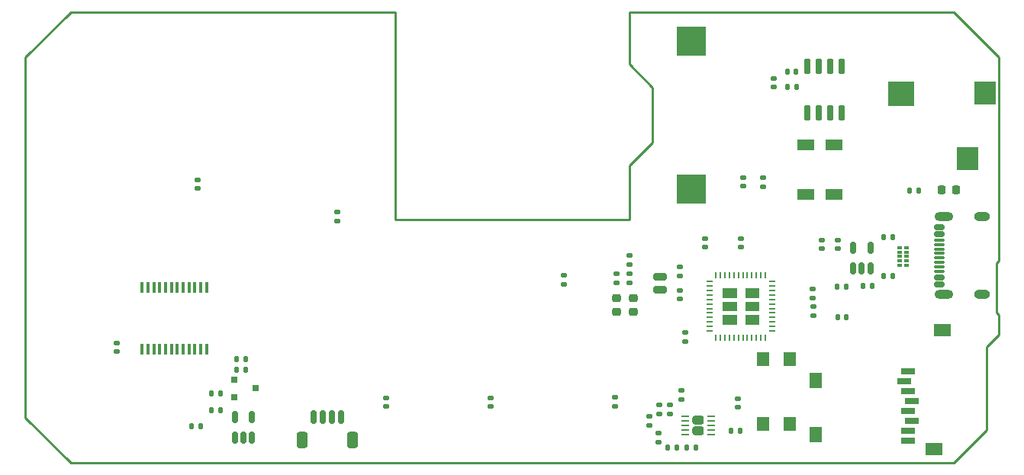
<source format=gbr>
%TF.GenerationSoftware,KiCad,Pcbnew,9.0.2*%
%TF.CreationDate,2025-08-01T13:44:12+01:00*%
%TF.ProjectId,FED3,46454433-2e6b-4696-9361-645f70636258,rev?*%
%TF.SameCoordinates,Original*%
%TF.FileFunction,Paste,Top*%
%TF.FilePolarity,Positive*%
%FSLAX46Y46*%
G04 Gerber Fmt 4.6, Leading zero omitted, Abs format (unit mm)*
G04 Created by KiCad (PCBNEW 9.0.2) date 2025-08-01 13:44:12*
%MOMM*%
%LPD*%
G01*
G04 APERTURE LIST*
G04 Aperture macros list*
%AMRoundRect*
0 Rectangle with rounded corners*
0 $1 Rounding radius*
0 $2 $3 $4 $5 $6 $7 $8 $9 X,Y pos of 4 corners*
0 Add a 4 corners polygon primitive as box body*
4,1,4,$2,$3,$4,$5,$6,$7,$8,$9,$2,$3,0*
0 Add four circle primitives for the rounded corners*
1,1,$1+$1,$2,$3*
1,1,$1+$1,$4,$5*
1,1,$1+$1,$6,$7*
1,1,$1+$1,$8,$9*
0 Add four rect primitives between the rounded corners*
20,1,$1+$1,$2,$3,$4,$5,0*
20,1,$1+$1,$4,$5,$6,$7,0*
20,1,$1+$1,$6,$7,$8,$9,0*
20,1,$1+$1,$8,$9,$2,$3,0*%
G04 Aperture macros list end*
%ADD10C,0.100000*%
%ADD11R,1.400000X1.600000*%
%ADD12RoundRect,0.140000X-0.170000X0.140000X-0.170000X-0.140000X0.170000X-0.140000X0.170000X0.140000X0*%
%ADD13RoundRect,0.140000X0.170000X-0.140000X0.170000X0.140000X-0.170000X0.140000X-0.170000X-0.140000X0*%
%ADD14RoundRect,0.135000X-0.135000X-0.185000X0.135000X-0.185000X0.135000X0.185000X-0.135000X0.185000X0*%
%ADD15RoundRect,0.200000X-0.550000X0.200000X-0.550000X-0.200000X0.550000X-0.200000X0.550000X0.200000X0*%
%ADD16RoundRect,0.135000X0.135000X0.185000X-0.135000X0.185000X-0.135000X-0.185000X0.135000X-0.185000X0*%
%ADD17RoundRect,0.140000X0.140000X0.170000X-0.140000X0.170000X-0.140000X-0.170000X0.140000X-0.170000X0*%
%ADD18R,3.200000X3.200000*%
%ADD19RoundRect,0.218750X-0.218750X-0.256250X0.218750X-0.256250X0.218750X0.256250X-0.218750X0.256250X0*%
%ADD20RoundRect,0.218750X-0.256250X0.218750X-0.256250X-0.218750X0.256250X-0.218750X0.256250X0.218750X0*%
%ADD21RoundRect,0.135000X-0.185000X0.135000X-0.185000X-0.135000X0.185000X-0.135000X0.185000X0.135000X0*%
%ADD22RoundRect,0.135000X0.185000X-0.135000X0.185000X0.135000X-0.185000X0.135000X-0.185000X-0.135000X0*%
%ADD23R,0.800000X0.700000*%
%ADD24RoundRect,0.075000X0.200000X-0.075000X0.200000X0.075000X-0.200000X0.075000X-0.200000X-0.075000X0*%
%ADD25R,0.400000X1.200000*%
%ADD26RoundRect,0.237500X0.397500X0.237500X-0.397500X0.237500X-0.397500X-0.237500X0.397500X-0.237500X0*%
%ADD27RoundRect,0.062500X0.350000X0.062500X-0.350000X0.062500X-0.350000X-0.062500X0.350000X-0.062500X0*%
%ADD28R,1.900000X1.300000*%
%ADD29RoundRect,0.150000X0.150000X-0.512500X0.150000X0.512500X-0.150000X0.512500X-0.150000X-0.512500X0*%
%ADD30R,1.500000X0.700000*%
%ADD31R,1.400000X1.800000*%
%ADD32R,1.900000X1.400000*%
%ADD33RoundRect,0.150000X0.150000X-0.725000X0.150000X0.725000X-0.150000X0.725000X-0.150000X-0.725000X0*%
%ADD34RoundRect,0.150000X0.150000X0.625000X-0.150000X0.625000X-0.150000X-0.625000X0.150000X-0.625000X0*%
%ADD35RoundRect,0.250000X0.350000X0.650000X-0.350000X0.650000X-0.350000X-0.650000X0.350000X-0.650000X0*%
%ADD36R,0.750000X0.250000*%
%ADD37R,0.250000X0.750000*%
%ADD38RoundRect,0.140000X-0.140000X-0.170000X0.140000X-0.170000X0.140000X0.170000X-0.140000X0.170000X0*%
%ADD39RoundRect,0.150000X0.425000X-0.150000X0.425000X0.150000X-0.425000X0.150000X-0.425000X-0.150000X0*%
%ADD40RoundRect,0.075000X0.500000X-0.075000X0.500000X0.075000X-0.500000X0.075000X-0.500000X-0.075000X0*%
%ADD41O,2.100000X1.000000*%
%ADD42O,1.800000X1.000000*%
%ADD43R,2.400000X2.550000*%
%ADD44R,2.900000X2.750000*%
%TA.AperFunction,Profile*%
%ADD45C,0.250000*%
%TD*%
G04 APERTURE END LIST*
D10*
%TO.C,U1*%
X173350000Y-111637500D02*
X171850000Y-111637500D01*
X171850000Y-110637500D01*
X173350000Y-110637500D01*
X173350000Y-111637500D01*
G36*
X173350000Y-111637500D02*
G01*
X171850000Y-111637500D01*
X171850000Y-110637500D01*
X173350000Y-110637500D01*
X173350000Y-111637500D01*
G37*
X173350000Y-113137500D02*
X171850000Y-113137500D01*
X171850000Y-112137500D01*
X173350000Y-112137500D01*
X173350000Y-113137500D01*
G36*
X173350000Y-113137500D02*
G01*
X171850000Y-113137500D01*
X171850000Y-112137500D01*
X173350000Y-112137500D01*
X173350000Y-113137500D01*
G37*
X173350000Y-114637500D02*
X171850000Y-114637500D01*
X171850000Y-113637500D01*
X173350000Y-113637500D01*
X173350000Y-114637500D01*
G36*
X173350000Y-114637500D02*
G01*
X171850000Y-114637500D01*
X171850000Y-113637500D01*
X173350000Y-113637500D01*
X173350000Y-114637500D01*
G37*
X175850000Y-111637500D02*
X174350000Y-111637500D01*
X174350000Y-110637500D01*
X175850000Y-110637500D01*
X175850000Y-111637500D01*
G36*
X175850000Y-111637500D02*
G01*
X174350000Y-111637500D01*
X174350000Y-110637500D01*
X175850000Y-110637500D01*
X175850000Y-111637500D01*
G37*
X175850000Y-113137500D02*
X174350000Y-113137500D01*
X174350000Y-112137500D01*
X175850000Y-112137500D01*
X175850000Y-113137500D01*
G36*
X175850000Y-113137500D02*
G01*
X174350000Y-113137500D01*
X174350000Y-112137500D01*
X175850000Y-112137500D01*
X175850000Y-113137500D01*
G37*
X175850000Y-114637500D02*
X174350000Y-114637500D01*
X174350000Y-113637500D01*
X175850000Y-113637500D01*
X175850000Y-114637500D01*
G36*
X175850000Y-114637500D02*
G01*
X174350000Y-114637500D01*
X174350000Y-113637500D01*
X175850000Y-113637500D01*
X175850000Y-114637500D01*
G37*
%TD*%
D11*
%TO.C,SW2*%
X179300000Y-118525000D03*
X179300000Y-125725000D03*
X176300000Y-118525000D03*
X176300000Y-125725000D03*
%TD*%
D12*
%TO.C,C18*%
X167110000Y-110907500D03*
X167110000Y-111867500D03*
%TD*%
D13*
%TO.C,C17*%
X167100000Y-109252500D03*
X167100000Y-108292500D03*
%TD*%
D14*
%TO.C,R17*%
X167890000Y-128300000D03*
X168910000Y-128300000D03*
%TD*%
D15*
%TO.C,X2*%
X164870000Y-109347500D03*
X164870000Y-110847500D03*
%TD*%
D16*
%TO.C,R267*%
X190756000Y-104927400D03*
X189736000Y-104927400D03*
%TD*%
D14*
%TO.C,R6*%
X179010000Y-88300000D03*
X180030000Y-88300000D03*
%TD*%
D13*
%TO.C,C10*%
X174155500Y-99292400D03*
X174155500Y-98332400D03*
%TD*%
D17*
%TO.C,C1*%
X179980000Y-86600000D03*
X179020000Y-86600000D03*
%TD*%
D18*
%TO.C,B1*%
X168415100Y-83170200D03*
X168415100Y-99621000D03*
%TD*%
D19*
%TO.C,CHG0*%
X196189500Y-99745800D03*
X197764500Y-99745800D03*
%TD*%
D20*
%TO.C,L1*%
X161940000Y-111732500D03*
X161940000Y-113307500D03*
%TD*%
D21*
%TO.C,R5*%
X181900000Y-112690000D03*
X181900000Y-113710000D03*
%TD*%
D22*
%TO.C,R14*%
X167309800Y-123038400D03*
X167309800Y-122018400D03*
%TD*%
D13*
%TO.C,C8*%
X134500000Y-123780000D03*
X134500000Y-122820000D03*
%TD*%
D23*
%TO.C,Q2*%
X117650000Y-120812500D03*
X117650000Y-122712500D03*
X120050000Y-121762500D03*
%TD*%
D24*
%TO.C,D9*%
X192227200Y-108121200D03*
X192227200Y-107621200D03*
X192227200Y-107121200D03*
X192227200Y-106621200D03*
X192227200Y-106121200D03*
X191457200Y-106121200D03*
X191457200Y-106621200D03*
X191457200Y-107121200D03*
X191457200Y-107621200D03*
X191457200Y-108121200D03*
%TD*%
D13*
%TO.C,C6*%
X159950000Y-123730000D03*
X159950000Y-122770000D03*
%TD*%
D12*
%TO.C,C3*%
X104600000Y-116720000D03*
X104600000Y-117680000D03*
%TD*%
%TO.C,C16*%
X164750000Y-126770000D03*
X164750000Y-127730000D03*
%TD*%
D22*
%TO.C,R12*%
X167670000Y-116535000D03*
X167670000Y-115515000D03*
%TD*%
D25*
%TO.C,IC2*%
X114586100Y-110581600D03*
X113936100Y-110581600D03*
X113286100Y-110581600D03*
X112636100Y-110581600D03*
X111986100Y-110581600D03*
X111336100Y-110581600D03*
X110686100Y-110581600D03*
X110036100Y-110581600D03*
X109386100Y-110581600D03*
X108736100Y-110581600D03*
X108086100Y-110581600D03*
X107436100Y-110581600D03*
X107436100Y-117421600D03*
X108086100Y-117421600D03*
X108736100Y-117421600D03*
X109386100Y-117421600D03*
X110036100Y-117421600D03*
X110686100Y-117421600D03*
X111336100Y-117421600D03*
X111986100Y-117421600D03*
X112636100Y-117421600D03*
X113286100Y-117421600D03*
X113936100Y-117421600D03*
X114586100Y-117421600D03*
%TD*%
D16*
%TO.C,R266*%
X190756000Y-109321600D03*
X189736000Y-109321600D03*
%TD*%
D26*
%TO.C,U3*%
X169170600Y-126490000D03*
X169170600Y-125310000D03*
D27*
X170608100Y-126900000D03*
X170608100Y-126400000D03*
X170608100Y-125900000D03*
X170608100Y-125400000D03*
X170608100Y-124900000D03*
X167733100Y-124900000D03*
X167733100Y-125400000D03*
X167733100Y-125900000D03*
X167733100Y-126400000D03*
X167733100Y-126900000D03*
%TD*%
D28*
%TO.C,X1*%
X181039100Y-94741600D03*
X181039100Y-100241600D03*
X184239100Y-100241600D03*
X184239100Y-94741600D03*
%TD*%
D14*
%TO.C,R8*%
X115090000Y-122300000D03*
X116110000Y-122300000D03*
%TD*%
D29*
%TO.C,IC1*%
X117750000Y-127237500D03*
X118700000Y-127237500D03*
X119650000Y-127237500D03*
X119650000Y-124962500D03*
X117750000Y-124962500D03*
%TD*%
D13*
%TO.C,C19*%
X173880000Y-106067500D03*
X173880000Y-105107500D03*
%TD*%
D30*
%TO.C,X4*%
X192410000Y-119900000D03*
X192010000Y-121000000D03*
X192410000Y-122100000D03*
X192810000Y-123200000D03*
X192410000Y-124300000D03*
X192810000Y-125400000D03*
X192410000Y-126500000D03*
X192410000Y-127600000D03*
D31*
X182210000Y-126900000D03*
X182210000Y-120900000D03*
D32*
X195310000Y-128500000D03*
X196210000Y-115300000D03*
%TD*%
D22*
%TO.C,R15*%
X160080000Y-110030000D03*
X160080000Y-109010000D03*
%TD*%
D14*
%TO.C,R11*%
X187390000Y-110400000D03*
X188410000Y-110400000D03*
%TD*%
D20*
%TO.C,L0*%
X160050000Y-111732500D03*
X160050000Y-113307500D03*
%TD*%
D33*
%TO.C,IC4*%
X181242100Y-91176600D03*
X182512100Y-91176600D03*
X183782100Y-91176600D03*
X185052100Y-91176600D03*
X185052100Y-86026600D03*
X183782100Y-86026600D03*
X182512100Y-86026600D03*
X181242100Y-86026600D03*
%TD*%
D13*
%TO.C,C15*%
X184625000Y-106230000D03*
X184625000Y-105270000D03*
%TD*%
%TO.C,C7*%
X146150000Y-123780000D03*
X146150000Y-122820000D03*
%TD*%
D34*
%TO.C,AUX_I2C0*%
X129500000Y-124975000D03*
X128500000Y-124975000D03*
X127500000Y-124975000D03*
X126500000Y-124975000D03*
D35*
X130800000Y-127500000D03*
X125200000Y-127500000D03*
%TD*%
D17*
%TO.C,C4*%
X113905000Y-125950000D03*
X112945000Y-125950000D03*
%TD*%
D13*
%TO.C,C12*%
X169880000Y-106067500D03*
X169880000Y-105107500D03*
%TD*%
D16*
%TO.C,R16*%
X166795400Y-128300000D03*
X165775400Y-128300000D03*
%TD*%
D22*
%TO.C,R13*%
X161550000Y-108010000D03*
X161550000Y-106990000D03*
%TD*%
D36*
%TO.C,U1*%
X170375000Y-109887500D03*
X170375000Y-110387500D03*
X170375000Y-110887500D03*
X170375000Y-111387500D03*
X170375000Y-111887500D03*
X170375000Y-112387500D03*
X170375000Y-112887500D03*
X170375000Y-113387500D03*
X170375000Y-113887500D03*
X170375000Y-114387500D03*
X170375000Y-114887500D03*
X170375000Y-115387500D03*
D37*
X171100000Y-116112500D03*
X171600000Y-116112500D03*
X172100000Y-116112500D03*
X172600000Y-116112500D03*
X173100000Y-116112500D03*
X173600000Y-116112500D03*
X174100000Y-116112500D03*
X174600000Y-116112500D03*
X175100000Y-116112500D03*
X175600000Y-116112500D03*
X176100000Y-116112500D03*
X176600000Y-116112500D03*
D36*
X177325000Y-115387500D03*
X177325000Y-114887500D03*
X177325000Y-114387500D03*
X177325000Y-113887500D03*
X177325000Y-113387500D03*
X177325000Y-112887500D03*
X177325000Y-112387500D03*
X177325000Y-111887500D03*
X177325000Y-111387500D03*
X177325000Y-110887500D03*
X177325000Y-110387500D03*
X177325000Y-109887500D03*
D37*
X176600000Y-109162500D03*
X176100000Y-109162500D03*
X175600000Y-109162500D03*
X175100000Y-109162500D03*
X174600000Y-109162500D03*
X174100000Y-109162500D03*
X173600000Y-109162500D03*
X173100000Y-109162500D03*
X172600000Y-109162500D03*
X172100000Y-109162500D03*
X171600000Y-109162500D03*
X171100000Y-109162500D03*
%TD*%
D13*
%TO.C,C2*%
X177500000Y-88280000D03*
X177500000Y-87320000D03*
%TD*%
D38*
%TO.C,C14*%
X184620000Y-113850000D03*
X185580000Y-113850000D03*
%TD*%
D13*
%TO.C,C13*%
X182825000Y-106280000D03*
X182825000Y-105320000D03*
%TD*%
D16*
%TO.C,R10*%
X193610000Y-99800000D03*
X192590000Y-99800000D03*
%TD*%
D21*
%TO.C,R21*%
X161550000Y-109010000D03*
X161550000Y-110030000D03*
%TD*%
%TO.C,R4*%
X181850000Y-110690000D03*
X181850000Y-111710000D03*
%TD*%
D14*
%TO.C,R9*%
X117890000Y-118550000D03*
X118910000Y-118550000D03*
%TD*%
D22*
%TO.C,R20*%
X163700000Y-125860000D03*
X163700000Y-124840000D03*
%TD*%
%TO.C,R1*%
X129100000Y-103210000D03*
X129100000Y-102190000D03*
%TD*%
%TO.C,R18*%
X164800000Y-124585000D03*
X164800000Y-123565000D03*
%TD*%
%TO.C,R3*%
X176309100Y-99353600D03*
X176309100Y-98333600D03*
%TD*%
D17*
%TO.C,C11*%
X185530000Y-110450000D03*
X184570000Y-110450000D03*
%TD*%
D39*
%TO.C,J6*%
X195854200Y-110233600D03*
X195854200Y-109433600D03*
D40*
X195854200Y-108283600D03*
X195854200Y-107283600D03*
X195854200Y-106783600D03*
X195854200Y-105783600D03*
D39*
X195854200Y-104633600D03*
X195854200Y-103833600D03*
X195854200Y-103833600D03*
X195854200Y-104633600D03*
D40*
X195854200Y-105283600D03*
X195854200Y-106283600D03*
X195854200Y-107783600D03*
X195854200Y-108783600D03*
D39*
X195854200Y-109433600D03*
X195854200Y-110233600D03*
D41*
X196429200Y-111353600D03*
D42*
X200609200Y-111353600D03*
D41*
X196429200Y-102713600D03*
D42*
X200609200Y-102713600D03*
%TD*%
D22*
%TO.C,R19*%
X166000000Y-124585000D03*
X166000000Y-123565000D03*
%TD*%
D14*
%TO.C,R22*%
X117880000Y-119700000D03*
X118900000Y-119700000D03*
%TD*%
D38*
%TO.C,C20*%
X172820000Y-126475000D03*
X173780000Y-126475000D03*
%TD*%
D13*
%TO.C,C5*%
X173500000Y-123880000D03*
X173500000Y-122920000D03*
%TD*%
D22*
%TO.C,R2*%
X154200000Y-110210000D03*
X154200000Y-109190000D03*
%TD*%
D12*
%TO.C,C9*%
X113600000Y-98620000D03*
X113600000Y-99580000D03*
%TD*%
D16*
%TO.C,R7*%
X116110000Y-124150000D03*
X115090000Y-124150000D03*
%TD*%
D43*
%TO.C,EXT0*%
X199044300Y-96289800D03*
D44*
X191644300Y-89039800D03*
D43*
X200944300Y-88939800D03*
%TD*%
D29*
%TO.C,U2*%
X186350000Y-108437500D03*
X187300000Y-108437500D03*
X188250000Y-108437500D03*
X188250000Y-106162500D03*
X186350000Y-106162500D03*
%TD*%
D45*
X201101100Y-126403600D02*
X201101100Y-117203600D01*
X161501100Y-103003600D02*
X135501100Y-103003600D01*
X161501100Y-80003600D02*
X161501100Y-85751600D01*
X161501100Y-85751600D02*
X164097100Y-88347600D01*
X99501100Y-80003600D02*
X94501100Y-85003600D01*
X202221100Y-107883600D02*
X202501100Y-107603600D01*
X202501100Y-85003600D02*
X197501100Y-80003600D01*
X202221100Y-113323600D02*
X202221100Y-107883600D01*
X202501100Y-107603600D02*
X202501100Y-85003600D01*
X161501100Y-96983600D02*
X161501100Y-103003600D01*
X202501100Y-113603600D02*
X202221100Y-113323600D01*
X135501100Y-103003600D02*
X135501100Y-80003600D01*
X94501100Y-125003600D02*
X99501100Y-130003600D01*
X164097100Y-88347600D02*
X164097100Y-94443600D01*
X197501100Y-130003600D02*
X201101100Y-126403600D01*
X197501100Y-80003600D02*
X161501100Y-80003600D01*
X202501100Y-115803600D02*
X202501100Y-113603600D01*
X94501100Y-85003600D02*
X94501100Y-125003600D01*
X99501100Y-130003600D02*
X197501100Y-130003600D01*
X164097100Y-94443600D02*
X161501100Y-96983600D01*
X201101100Y-117203600D02*
X202501100Y-115803600D01*
X135501100Y-80003600D02*
X99501100Y-80003600D01*
M02*

</source>
